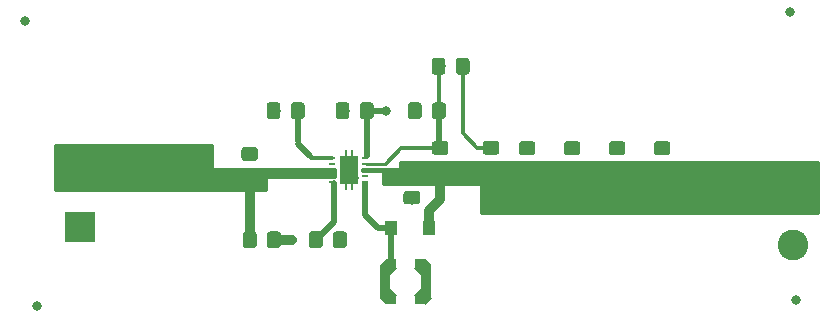
<source format=gbr>
G04 #@! TF.GenerationSoftware,KiCad,Pcbnew,(5.1.4-0)*
G04 #@! TF.CreationDate,2020-03-06T11:47:25-08:00*
G04 #@! TF.ProjectId,-5V_Rail,2d35565f-5261-4696-9c2e-6b696361645f,rev?*
G04 #@! TF.SameCoordinates,Original*
G04 #@! TF.FileFunction,Copper,L1,Top*
G04 #@! TF.FilePolarity,Positive*
%FSLAX46Y46*%
G04 Gerber Fmt 4.6, Leading zero omitted, Abs format (unit mm)*
G04 Created by KiCad (PCBNEW (5.1.4-0)) date 2020-03-06 11:47:25*
%MOMM*%
%LPD*%
G04 APERTURE LIST*
%ADD10C,0.100000*%
%ADD11C,1.150000*%
%ADD12R,2.600000X2.600000*%
%ADD13C,2.600000*%
%ADD14R,0.870000X2.790000*%
%ADD15R,0.890000X0.775000*%
%ADD16C,0.500000*%
%ADD17R,0.250000X0.500000*%
%ADD18R,1.650000X2.400000*%
%ADD19R,0.600000X0.240000*%
%ADD20R,1.100000X1.220000*%
%ADD21C,0.800000*%
%ADD22C,0.508000*%
%ADD23C,0.304800*%
%ADD24C,0.812800*%
%ADD25C,0.292100*%
%ADD26C,0.254000*%
G04 APERTURE END LIST*
D10*
G36*
X126458505Y-92009204D02*
G01*
X126482773Y-92012804D01*
X126506572Y-92018765D01*
X126529671Y-92027030D01*
X126551850Y-92037520D01*
X126572893Y-92050132D01*
X126592599Y-92064747D01*
X126610777Y-92081223D01*
X126627253Y-92099401D01*
X126641868Y-92119107D01*
X126654480Y-92140150D01*
X126664970Y-92162329D01*
X126673235Y-92185428D01*
X126679196Y-92209227D01*
X126682796Y-92233495D01*
X126684000Y-92257999D01*
X126684000Y-92908001D01*
X126682796Y-92932505D01*
X126679196Y-92956773D01*
X126673235Y-92980572D01*
X126664970Y-93003671D01*
X126654480Y-93025850D01*
X126641868Y-93046893D01*
X126627253Y-93066599D01*
X126610777Y-93084777D01*
X126592599Y-93101253D01*
X126572893Y-93115868D01*
X126551850Y-93128480D01*
X126529671Y-93138970D01*
X126506572Y-93147235D01*
X126482773Y-93153196D01*
X126458505Y-93156796D01*
X126434001Y-93158000D01*
X125533999Y-93158000D01*
X125509495Y-93156796D01*
X125485227Y-93153196D01*
X125461428Y-93147235D01*
X125438329Y-93138970D01*
X125416150Y-93128480D01*
X125395107Y-93115868D01*
X125375401Y-93101253D01*
X125357223Y-93084777D01*
X125340747Y-93066599D01*
X125326132Y-93046893D01*
X125313520Y-93025850D01*
X125303030Y-93003671D01*
X125294765Y-92980572D01*
X125288804Y-92956773D01*
X125285204Y-92932505D01*
X125284000Y-92908001D01*
X125284000Y-92257999D01*
X125285204Y-92233495D01*
X125288804Y-92209227D01*
X125294765Y-92185428D01*
X125303030Y-92162329D01*
X125313520Y-92140150D01*
X125326132Y-92119107D01*
X125340747Y-92099401D01*
X125357223Y-92081223D01*
X125375401Y-92064747D01*
X125395107Y-92050132D01*
X125416150Y-92037520D01*
X125438329Y-92027030D01*
X125461428Y-92018765D01*
X125485227Y-92012804D01*
X125509495Y-92009204D01*
X125533999Y-92008000D01*
X126434001Y-92008000D01*
X126458505Y-92009204D01*
X126458505Y-92009204D01*
G37*
D11*
X125984000Y-92583000D03*
D10*
G36*
X126458505Y-89959204D02*
G01*
X126482773Y-89962804D01*
X126506572Y-89968765D01*
X126529671Y-89977030D01*
X126551850Y-89987520D01*
X126572893Y-90000132D01*
X126592599Y-90014747D01*
X126610777Y-90031223D01*
X126627253Y-90049401D01*
X126641868Y-90069107D01*
X126654480Y-90090150D01*
X126664970Y-90112329D01*
X126673235Y-90135428D01*
X126679196Y-90159227D01*
X126682796Y-90183495D01*
X126684000Y-90207999D01*
X126684000Y-90858001D01*
X126682796Y-90882505D01*
X126679196Y-90906773D01*
X126673235Y-90930572D01*
X126664970Y-90953671D01*
X126654480Y-90975850D01*
X126641868Y-90996893D01*
X126627253Y-91016599D01*
X126610777Y-91034777D01*
X126592599Y-91051253D01*
X126572893Y-91065868D01*
X126551850Y-91078480D01*
X126529671Y-91088970D01*
X126506572Y-91097235D01*
X126482773Y-91103196D01*
X126458505Y-91106796D01*
X126434001Y-91108000D01*
X125533999Y-91108000D01*
X125509495Y-91106796D01*
X125485227Y-91103196D01*
X125461428Y-91097235D01*
X125438329Y-91088970D01*
X125416150Y-91078480D01*
X125395107Y-91065868D01*
X125375401Y-91051253D01*
X125357223Y-91034777D01*
X125340747Y-91016599D01*
X125326132Y-90996893D01*
X125313520Y-90975850D01*
X125303030Y-90953671D01*
X125294765Y-90930572D01*
X125288804Y-90906773D01*
X125285204Y-90882505D01*
X125284000Y-90858001D01*
X125284000Y-90207999D01*
X125285204Y-90183495D01*
X125288804Y-90159227D01*
X125294765Y-90135428D01*
X125303030Y-90112329D01*
X125313520Y-90090150D01*
X125326132Y-90069107D01*
X125340747Y-90049401D01*
X125357223Y-90031223D01*
X125375401Y-90014747D01*
X125395107Y-90000132D01*
X125416150Y-89987520D01*
X125438329Y-89977030D01*
X125461428Y-89968765D01*
X125485227Y-89962804D01*
X125509495Y-89959204D01*
X125533999Y-89958000D01*
X126434001Y-89958000D01*
X126458505Y-89959204D01*
X126458505Y-89959204D01*
G37*
D11*
X125984000Y-90533000D03*
D10*
G36*
X130397505Y-86169204D02*
G01*
X130421773Y-86172804D01*
X130445572Y-86178765D01*
X130468671Y-86187030D01*
X130490850Y-86197520D01*
X130511893Y-86210132D01*
X130531599Y-86224747D01*
X130549777Y-86241223D01*
X130566253Y-86259401D01*
X130580868Y-86279107D01*
X130593480Y-86300150D01*
X130603970Y-86322329D01*
X130612235Y-86345428D01*
X130618196Y-86369227D01*
X130621796Y-86393495D01*
X130623000Y-86417999D01*
X130623000Y-87318001D01*
X130621796Y-87342505D01*
X130618196Y-87366773D01*
X130612235Y-87390572D01*
X130603970Y-87413671D01*
X130593480Y-87435850D01*
X130580868Y-87456893D01*
X130566253Y-87476599D01*
X130549777Y-87494777D01*
X130531599Y-87511253D01*
X130511893Y-87525868D01*
X130490850Y-87538480D01*
X130468671Y-87548970D01*
X130445572Y-87557235D01*
X130421773Y-87563196D01*
X130397505Y-87566796D01*
X130373001Y-87568000D01*
X129722999Y-87568000D01*
X129698495Y-87566796D01*
X129674227Y-87563196D01*
X129650428Y-87557235D01*
X129627329Y-87548970D01*
X129605150Y-87538480D01*
X129584107Y-87525868D01*
X129564401Y-87511253D01*
X129546223Y-87494777D01*
X129529747Y-87476599D01*
X129515132Y-87456893D01*
X129502520Y-87435850D01*
X129492030Y-87413671D01*
X129483765Y-87390572D01*
X129477804Y-87366773D01*
X129474204Y-87342505D01*
X129473000Y-87318001D01*
X129473000Y-86417999D01*
X129474204Y-86393495D01*
X129477804Y-86369227D01*
X129483765Y-86345428D01*
X129492030Y-86322329D01*
X129502520Y-86300150D01*
X129515132Y-86279107D01*
X129529747Y-86259401D01*
X129546223Y-86241223D01*
X129564401Y-86224747D01*
X129584107Y-86210132D01*
X129605150Y-86197520D01*
X129627329Y-86187030D01*
X129650428Y-86178765D01*
X129674227Y-86172804D01*
X129698495Y-86169204D01*
X129722999Y-86168000D01*
X130373001Y-86168000D01*
X130397505Y-86169204D01*
X130397505Y-86169204D01*
G37*
D11*
X130048000Y-86868000D03*
D10*
G36*
X128347505Y-86169204D02*
G01*
X128371773Y-86172804D01*
X128395572Y-86178765D01*
X128418671Y-86187030D01*
X128440850Y-86197520D01*
X128461893Y-86210132D01*
X128481599Y-86224747D01*
X128499777Y-86241223D01*
X128516253Y-86259401D01*
X128530868Y-86279107D01*
X128543480Y-86300150D01*
X128553970Y-86322329D01*
X128562235Y-86345428D01*
X128568196Y-86369227D01*
X128571796Y-86393495D01*
X128573000Y-86417999D01*
X128573000Y-87318001D01*
X128571796Y-87342505D01*
X128568196Y-87366773D01*
X128562235Y-87390572D01*
X128553970Y-87413671D01*
X128543480Y-87435850D01*
X128530868Y-87456893D01*
X128516253Y-87476599D01*
X128499777Y-87494777D01*
X128481599Y-87511253D01*
X128461893Y-87525868D01*
X128440850Y-87538480D01*
X128418671Y-87548970D01*
X128395572Y-87557235D01*
X128371773Y-87563196D01*
X128347505Y-87566796D01*
X128323001Y-87568000D01*
X127672999Y-87568000D01*
X127648495Y-87566796D01*
X127624227Y-87563196D01*
X127600428Y-87557235D01*
X127577329Y-87548970D01*
X127555150Y-87538480D01*
X127534107Y-87525868D01*
X127514401Y-87511253D01*
X127496223Y-87494777D01*
X127479747Y-87476599D01*
X127465132Y-87456893D01*
X127452520Y-87435850D01*
X127442030Y-87413671D01*
X127433765Y-87390572D01*
X127427804Y-87366773D01*
X127424204Y-87342505D01*
X127423000Y-87318001D01*
X127423000Y-86417999D01*
X127424204Y-86393495D01*
X127427804Y-86369227D01*
X127433765Y-86345428D01*
X127442030Y-86322329D01*
X127452520Y-86300150D01*
X127465132Y-86279107D01*
X127479747Y-86259401D01*
X127496223Y-86241223D01*
X127514401Y-86224747D01*
X127534107Y-86210132D01*
X127555150Y-86197520D01*
X127577329Y-86187030D01*
X127600428Y-86178765D01*
X127624227Y-86172804D01*
X127648495Y-86169204D01*
X127672999Y-86168000D01*
X128323001Y-86168000D01*
X128347505Y-86169204D01*
X128347505Y-86169204D01*
G37*
D11*
X127998000Y-86868000D03*
D10*
G36*
X131921505Y-97091204D02*
G01*
X131945773Y-97094804D01*
X131969572Y-97100765D01*
X131992671Y-97109030D01*
X132014850Y-97119520D01*
X132035893Y-97132132D01*
X132055599Y-97146747D01*
X132073777Y-97163223D01*
X132090253Y-97181401D01*
X132104868Y-97201107D01*
X132117480Y-97222150D01*
X132127970Y-97244329D01*
X132136235Y-97267428D01*
X132142196Y-97291227D01*
X132145796Y-97315495D01*
X132147000Y-97339999D01*
X132147000Y-98240001D01*
X132145796Y-98264505D01*
X132142196Y-98288773D01*
X132136235Y-98312572D01*
X132127970Y-98335671D01*
X132117480Y-98357850D01*
X132104868Y-98378893D01*
X132090253Y-98398599D01*
X132073777Y-98416777D01*
X132055599Y-98433253D01*
X132035893Y-98447868D01*
X132014850Y-98460480D01*
X131992671Y-98470970D01*
X131969572Y-98479235D01*
X131945773Y-98485196D01*
X131921505Y-98488796D01*
X131897001Y-98490000D01*
X131246999Y-98490000D01*
X131222495Y-98488796D01*
X131198227Y-98485196D01*
X131174428Y-98479235D01*
X131151329Y-98470970D01*
X131129150Y-98460480D01*
X131108107Y-98447868D01*
X131088401Y-98433253D01*
X131070223Y-98416777D01*
X131053747Y-98398599D01*
X131039132Y-98378893D01*
X131026520Y-98357850D01*
X131016030Y-98335671D01*
X131007765Y-98312572D01*
X131001804Y-98288773D01*
X130998204Y-98264505D01*
X130997000Y-98240001D01*
X130997000Y-97339999D01*
X130998204Y-97315495D01*
X131001804Y-97291227D01*
X131007765Y-97267428D01*
X131016030Y-97244329D01*
X131026520Y-97222150D01*
X131039132Y-97201107D01*
X131053747Y-97181401D01*
X131070223Y-97163223D01*
X131088401Y-97146747D01*
X131108107Y-97132132D01*
X131129150Y-97119520D01*
X131151329Y-97109030D01*
X131174428Y-97100765D01*
X131198227Y-97094804D01*
X131222495Y-97091204D01*
X131246999Y-97090000D01*
X131897001Y-97090000D01*
X131921505Y-97091204D01*
X131921505Y-97091204D01*
G37*
D11*
X131572000Y-97790000D03*
D10*
G36*
X133971505Y-97091204D02*
G01*
X133995773Y-97094804D01*
X134019572Y-97100765D01*
X134042671Y-97109030D01*
X134064850Y-97119520D01*
X134085893Y-97132132D01*
X134105599Y-97146747D01*
X134123777Y-97163223D01*
X134140253Y-97181401D01*
X134154868Y-97201107D01*
X134167480Y-97222150D01*
X134177970Y-97244329D01*
X134186235Y-97267428D01*
X134192196Y-97291227D01*
X134195796Y-97315495D01*
X134197000Y-97339999D01*
X134197000Y-98240001D01*
X134195796Y-98264505D01*
X134192196Y-98288773D01*
X134186235Y-98312572D01*
X134177970Y-98335671D01*
X134167480Y-98357850D01*
X134154868Y-98378893D01*
X134140253Y-98398599D01*
X134123777Y-98416777D01*
X134105599Y-98433253D01*
X134085893Y-98447868D01*
X134064850Y-98460480D01*
X134042671Y-98470970D01*
X134019572Y-98479235D01*
X133995773Y-98485196D01*
X133971505Y-98488796D01*
X133947001Y-98490000D01*
X133296999Y-98490000D01*
X133272495Y-98488796D01*
X133248227Y-98485196D01*
X133224428Y-98479235D01*
X133201329Y-98470970D01*
X133179150Y-98460480D01*
X133158107Y-98447868D01*
X133138401Y-98433253D01*
X133120223Y-98416777D01*
X133103747Y-98398599D01*
X133089132Y-98378893D01*
X133076520Y-98357850D01*
X133066030Y-98335671D01*
X133057765Y-98312572D01*
X133051804Y-98288773D01*
X133048204Y-98264505D01*
X133047000Y-98240001D01*
X133047000Y-97339999D01*
X133048204Y-97315495D01*
X133051804Y-97291227D01*
X133057765Y-97267428D01*
X133066030Y-97244329D01*
X133076520Y-97222150D01*
X133089132Y-97201107D01*
X133103747Y-97181401D01*
X133120223Y-97163223D01*
X133138401Y-97146747D01*
X133158107Y-97132132D01*
X133179150Y-97119520D01*
X133201329Y-97109030D01*
X133224428Y-97100765D01*
X133248227Y-97094804D01*
X133272495Y-97091204D01*
X133296999Y-97090000D01*
X133947001Y-97090000D01*
X133971505Y-97091204D01*
X133971505Y-97091204D01*
G37*
D11*
X133622000Y-97790000D03*
D10*
G36*
X134189505Y-86169204D02*
G01*
X134213773Y-86172804D01*
X134237572Y-86178765D01*
X134260671Y-86187030D01*
X134282850Y-86197520D01*
X134303893Y-86210132D01*
X134323599Y-86224747D01*
X134341777Y-86241223D01*
X134358253Y-86259401D01*
X134372868Y-86279107D01*
X134385480Y-86300150D01*
X134395970Y-86322329D01*
X134404235Y-86345428D01*
X134410196Y-86369227D01*
X134413796Y-86393495D01*
X134415000Y-86417999D01*
X134415000Y-87318001D01*
X134413796Y-87342505D01*
X134410196Y-87366773D01*
X134404235Y-87390572D01*
X134395970Y-87413671D01*
X134385480Y-87435850D01*
X134372868Y-87456893D01*
X134358253Y-87476599D01*
X134341777Y-87494777D01*
X134323599Y-87511253D01*
X134303893Y-87525868D01*
X134282850Y-87538480D01*
X134260671Y-87548970D01*
X134237572Y-87557235D01*
X134213773Y-87563196D01*
X134189505Y-87566796D01*
X134165001Y-87568000D01*
X133514999Y-87568000D01*
X133490495Y-87566796D01*
X133466227Y-87563196D01*
X133442428Y-87557235D01*
X133419329Y-87548970D01*
X133397150Y-87538480D01*
X133376107Y-87525868D01*
X133356401Y-87511253D01*
X133338223Y-87494777D01*
X133321747Y-87476599D01*
X133307132Y-87456893D01*
X133294520Y-87435850D01*
X133284030Y-87413671D01*
X133275765Y-87390572D01*
X133269804Y-87366773D01*
X133266204Y-87342505D01*
X133265000Y-87318001D01*
X133265000Y-86417999D01*
X133266204Y-86393495D01*
X133269804Y-86369227D01*
X133275765Y-86345428D01*
X133284030Y-86322329D01*
X133294520Y-86300150D01*
X133307132Y-86279107D01*
X133321747Y-86259401D01*
X133338223Y-86241223D01*
X133356401Y-86224747D01*
X133376107Y-86210132D01*
X133397150Y-86197520D01*
X133419329Y-86187030D01*
X133442428Y-86178765D01*
X133466227Y-86172804D01*
X133490495Y-86169204D01*
X133514999Y-86168000D01*
X134165001Y-86168000D01*
X134189505Y-86169204D01*
X134189505Y-86169204D01*
G37*
D11*
X133840000Y-86868000D03*
D10*
G36*
X136239505Y-86169204D02*
G01*
X136263773Y-86172804D01*
X136287572Y-86178765D01*
X136310671Y-86187030D01*
X136332850Y-86197520D01*
X136353893Y-86210132D01*
X136373599Y-86224747D01*
X136391777Y-86241223D01*
X136408253Y-86259401D01*
X136422868Y-86279107D01*
X136435480Y-86300150D01*
X136445970Y-86322329D01*
X136454235Y-86345428D01*
X136460196Y-86369227D01*
X136463796Y-86393495D01*
X136465000Y-86417999D01*
X136465000Y-87318001D01*
X136463796Y-87342505D01*
X136460196Y-87366773D01*
X136454235Y-87390572D01*
X136445970Y-87413671D01*
X136435480Y-87435850D01*
X136422868Y-87456893D01*
X136408253Y-87476599D01*
X136391777Y-87494777D01*
X136373599Y-87511253D01*
X136353893Y-87525868D01*
X136332850Y-87538480D01*
X136310671Y-87548970D01*
X136287572Y-87557235D01*
X136263773Y-87563196D01*
X136239505Y-87566796D01*
X136215001Y-87568000D01*
X135564999Y-87568000D01*
X135540495Y-87566796D01*
X135516227Y-87563196D01*
X135492428Y-87557235D01*
X135469329Y-87548970D01*
X135447150Y-87538480D01*
X135426107Y-87525868D01*
X135406401Y-87511253D01*
X135388223Y-87494777D01*
X135371747Y-87476599D01*
X135357132Y-87456893D01*
X135344520Y-87435850D01*
X135334030Y-87413671D01*
X135325765Y-87390572D01*
X135319804Y-87366773D01*
X135316204Y-87342505D01*
X135315000Y-87318001D01*
X135315000Y-86417999D01*
X135316204Y-86393495D01*
X135319804Y-86369227D01*
X135325765Y-86345428D01*
X135334030Y-86322329D01*
X135344520Y-86300150D01*
X135357132Y-86279107D01*
X135371747Y-86259401D01*
X135388223Y-86241223D01*
X135406401Y-86224747D01*
X135426107Y-86210132D01*
X135447150Y-86197520D01*
X135469329Y-86187030D01*
X135492428Y-86178765D01*
X135516227Y-86172804D01*
X135540495Y-86169204D01*
X135564999Y-86168000D01*
X136215001Y-86168000D01*
X136239505Y-86169204D01*
X136239505Y-86169204D01*
G37*
D11*
X135890000Y-86868000D03*
D10*
G36*
X142317505Y-82410004D02*
G01*
X142341773Y-82413604D01*
X142365572Y-82419565D01*
X142388671Y-82427830D01*
X142410850Y-82438320D01*
X142431893Y-82450932D01*
X142451599Y-82465547D01*
X142469777Y-82482023D01*
X142486253Y-82500201D01*
X142500868Y-82519907D01*
X142513480Y-82540950D01*
X142523970Y-82563129D01*
X142532235Y-82586228D01*
X142538196Y-82610027D01*
X142541796Y-82634295D01*
X142543000Y-82658799D01*
X142543000Y-83558801D01*
X142541796Y-83583305D01*
X142538196Y-83607573D01*
X142532235Y-83631372D01*
X142523970Y-83654471D01*
X142513480Y-83676650D01*
X142500868Y-83697693D01*
X142486253Y-83717399D01*
X142469777Y-83735577D01*
X142451599Y-83752053D01*
X142431893Y-83766668D01*
X142410850Y-83779280D01*
X142388671Y-83789770D01*
X142365572Y-83798035D01*
X142341773Y-83803996D01*
X142317505Y-83807596D01*
X142293001Y-83808800D01*
X141642999Y-83808800D01*
X141618495Y-83807596D01*
X141594227Y-83803996D01*
X141570428Y-83798035D01*
X141547329Y-83789770D01*
X141525150Y-83779280D01*
X141504107Y-83766668D01*
X141484401Y-83752053D01*
X141466223Y-83735577D01*
X141449747Y-83717399D01*
X141435132Y-83697693D01*
X141422520Y-83676650D01*
X141412030Y-83654471D01*
X141403765Y-83631372D01*
X141397804Y-83607573D01*
X141394204Y-83583305D01*
X141393000Y-83558801D01*
X141393000Y-82658799D01*
X141394204Y-82634295D01*
X141397804Y-82610027D01*
X141403765Y-82586228D01*
X141412030Y-82563129D01*
X141422520Y-82540950D01*
X141435132Y-82519907D01*
X141449747Y-82500201D01*
X141466223Y-82482023D01*
X141484401Y-82465547D01*
X141504107Y-82450932D01*
X141525150Y-82438320D01*
X141547329Y-82427830D01*
X141570428Y-82419565D01*
X141594227Y-82413604D01*
X141618495Y-82410004D01*
X141642999Y-82408800D01*
X142293001Y-82408800D01*
X142317505Y-82410004D01*
X142317505Y-82410004D01*
G37*
D11*
X141968000Y-83108800D03*
D10*
G36*
X144367505Y-82410004D02*
G01*
X144391773Y-82413604D01*
X144415572Y-82419565D01*
X144438671Y-82427830D01*
X144460850Y-82438320D01*
X144481893Y-82450932D01*
X144501599Y-82465547D01*
X144519777Y-82482023D01*
X144536253Y-82500201D01*
X144550868Y-82519907D01*
X144563480Y-82540950D01*
X144573970Y-82563129D01*
X144582235Y-82586228D01*
X144588196Y-82610027D01*
X144591796Y-82634295D01*
X144593000Y-82658799D01*
X144593000Y-83558801D01*
X144591796Y-83583305D01*
X144588196Y-83607573D01*
X144582235Y-83631372D01*
X144573970Y-83654471D01*
X144563480Y-83676650D01*
X144550868Y-83697693D01*
X144536253Y-83717399D01*
X144519777Y-83735577D01*
X144501599Y-83752053D01*
X144481893Y-83766668D01*
X144460850Y-83779280D01*
X144438671Y-83789770D01*
X144415572Y-83798035D01*
X144391773Y-83803996D01*
X144367505Y-83807596D01*
X144343001Y-83808800D01*
X143692999Y-83808800D01*
X143668495Y-83807596D01*
X143644227Y-83803996D01*
X143620428Y-83798035D01*
X143597329Y-83789770D01*
X143575150Y-83779280D01*
X143554107Y-83766668D01*
X143534401Y-83752053D01*
X143516223Y-83735577D01*
X143499747Y-83717399D01*
X143485132Y-83697693D01*
X143472520Y-83676650D01*
X143462030Y-83654471D01*
X143453765Y-83631372D01*
X143447804Y-83607573D01*
X143444204Y-83583305D01*
X143443000Y-83558801D01*
X143443000Y-82658799D01*
X143444204Y-82634295D01*
X143447804Y-82610027D01*
X143453765Y-82586228D01*
X143462030Y-82563129D01*
X143472520Y-82540950D01*
X143485132Y-82519907D01*
X143499747Y-82500201D01*
X143516223Y-82482023D01*
X143534401Y-82465547D01*
X143554107Y-82450932D01*
X143575150Y-82438320D01*
X143597329Y-82427830D01*
X143620428Y-82419565D01*
X143644227Y-82413604D01*
X143668495Y-82410004D01*
X143692999Y-82408800D01*
X144343001Y-82408800D01*
X144367505Y-82410004D01*
X144367505Y-82410004D01*
G37*
D11*
X144018000Y-83108800D03*
D10*
G36*
X140174505Y-91610204D02*
G01*
X140198773Y-91613804D01*
X140222572Y-91619765D01*
X140245671Y-91628030D01*
X140267850Y-91638520D01*
X140288893Y-91651132D01*
X140308599Y-91665747D01*
X140326777Y-91682223D01*
X140343253Y-91700401D01*
X140357868Y-91720107D01*
X140370480Y-91741150D01*
X140380970Y-91763329D01*
X140389235Y-91786428D01*
X140395196Y-91810227D01*
X140398796Y-91834495D01*
X140400000Y-91858999D01*
X140400000Y-92509001D01*
X140398796Y-92533505D01*
X140395196Y-92557773D01*
X140389235Y-92581572D01*
X140380970Y-92604671D01*
X140370480Y-92626850D01*
X140357868Y-92647893D01*
X140343253Y-92667599D01*
X140326777Y-92685777D01*
X140308599Y-92702253D01*
X140288893Y-92716868D01*
X140267850Y-92729480D01*
X140245671Y-92739970D01*
X140222572Y-92748235D01*
X140198773Y-92754196D01*
X140174505Y-92757796D01*
X140150001Y-92759000D01*
X139249999Y-92759000D01*
X139225495Y-92757796D01*
X139201227Y-92754196D01*
X139177428Y-92748235D01*
X139154329Y-92739970D01*
X139132150Y-92729480D01*
X139111107Y-92716868D01*
X139091401Y-92702253D01*
X139073223Y-92685777D01*
X139056747Y-92667599D01*
X139042132Y-92647893D01*
X139029520Y-92626850D01*
X139019030Y-92604671D01*
X139010765Y-92581572D01*
X139004804Y-92557773D01*
X139001204Y-92533505D01*
X139000000Y-92509001D01*
X139000000Y-91858999D01*
X139001204Y-91834495D01*
X139004804Y-91810227D01*
X139010765Y-91786428D01*
X139019030Y-91763329D01*
X139029520Y-91741150D01*
X139042132Y-91720107D01*
X139056747Y-91700401D01*
X139073223Y-91682223D01*
X139091401Y-91665747D01*
X139111107Y-91651132D01*
X139132150Y-91638520D01*
X139154329Y-91628030D01*
X139177428Y-91619765D01*
X139201227Y-91613804D01*
X139225495Y-91610204D01*
X139249999Y-91609000D01*
X140150001Y-91609000D01*
X140174505Y-91610204D01*
X140174505Y-91610204D01*
G37*
D11*
X139700000Y-92184000D03*
D10*
G36*
X140174505Y-93660204D02*
G01*
X140198773Y-93663804D01*
X140222572Y-93669765D01*
X140245671Y-93678030D01*
X140267850Y-93688520D01*
X140288893Y-93701132D01*
X140308599Y-93715747D01*
X140326777Y-93732223D01*
X140343253Y-93750401D01*
X140357868Y-93770107D01*
X140370480Y-93791150D01*
X140380970Y-93813329D01*
X140389235Y-93836428D01*
X140395196Y-93860227D01*
X140398796Y-93884495D01*
X140400000Y-93908999D01*
X140400000Y-94559001D01*
X140398796Y-94583505D01*
X140395196Y-94607773D01*
X140389235Y-94631572D01*
X140380970Y-94654671D01*
X140370480Y-94676850D01*
X140357868Y-94697893D01*
X140343253Y-94717599D01*
X140326777Y-94735777D01*
X140308599Y-94752253D01*
X140288893Y-94766868D01*
X140267850Y-94779480D01*
X140245671Y-94789970D01*
X140222572Y-94798235D01*
X140198773Y-94804196D01*
X140174505Y-94807796D01*
X140150001Y-94809000D01*
X139249999Y-94809000D01*
X139225495Y-94807796D01*
X139201227Y-94804196D01*
X139177428Y-94798235D01*
X139154329Y-94789970D01*
X139132150Y-94779480D01*
X139111107Y-94766868D01*
X139091401Y-94752253D01*
X139073223Y-94735777D01*
X139056747Y-94717599D01*
X139042132Y-94697893D01*
X139029520Y-94676850D01*
X139019030Y-94654671D01*
X139010765Y-94631572D01*
X139004804Y-94607773D01*
X139001204Y-94583505D01*
X139000000Y-94559001D01*
X139000000Y-93908999D01*
X139001204Y-93884495D01*
X139004804Y-93860227D01*
X139010765Y-93836428D01*
X139019030Y-93813329D01*
X139029520Y-93791150D01*
X139042132Y-93770107D01*
X139056747Y-93750401D01*
X139073223Y-93732223D01*
X139091401Y-93715747D01*
X139111107Y-93701132D01*
X139132150Y-93688520D01*
X139154329Y-93678030D01*
X139177428Y-93669765D01*
X139201227Y-93663804D01*
X139225495Y-93660204D01*
X139249999Y-93659000D01*
X140150001Y-93659000D01*
X140174505Y-93660204D01*
X140174505Y-93660204D01*
G37*
D11*
X139700000Y-94234000D03*
D10*
G36*
X149953505Y-89469204D02*
G01*
X149977773Y-89472804D01*
X150001572Y-89478765D01*
X150024671Y-89487030D01*
X150046850Y-89497520D01*
X150067893Y-89510132D01*
X150087599Y-89524747D01*
X150105777Y-89541223D01*
X150122253Y-89559401D01*
X150136868Y-89579107D01*
X150149480Y-89600150D01*
X150159970Y-89622329D01*
X150168235Y-89645428D01*
X150174196Y-89669227D01*
X150177796Y-89693495D01*
X150179000Y-89717999D01*
X150179000Y-90368001D01*
X150177796Y-90392505D01*
X150174196Y-90416773D01*
X150168235Y-90440572D01*
X150159970Y-90463671D01*
X150149480Y-90485850D01*
X150136868Y-90506893D01*
X150122253Y-90526599D01*
X150105777Y-90544777D01*
X150087599Y-90561253D01*
X150067893Y-90575868D01*
X150046850Y-90588480D01*
X150024671Y-90598970D01*
X150001572Y-90607235D01*
X149977773Y-90613196D01*
X149953505Y-90616796D01*
X149929001Y-90618000D01*
X149028999Y-90618000D01*
X149004495Y-90616796D01*
X148980227Y-90613196D01*
X148956428Y-90607235D01*
X148933329Y-90598970D01*
X148911150Y-90588480D01*
X148890107Y-90575868D01*
X148870401Y-90561253D01*
X148852223Y-90544777D01*
X148835747Y-90526599D01*
X148821132Y-90506893D01*
X148808520Y-90485850D01*
X148798030Y-90463671D01*
X148789765Y-90440572D01*
X148783804Y-90416773D01*
X148780204Y-90392505D01*
X148779000Y-90368001D01*
X148779000Y-89717999D01*
X148780204Y-89693495D01*
X148783804Y-89669227D01*
X148789765Y-89645428D01*
X148798030Y-89622329D01*
X148808520Y-89600150D01*
X148821132Y-89579107D01*
X148835747Y-89559401D01*
X148852223Y-89541223D01*
X148870401Y-89524747D01*
X148890107Y-89510132D01*
X148911150Y-89497520D01*
X148933329Y-89487030D01*
X148956428Y-89478765D01*
X148980227Y-89472804D01*
X149004495Y-89469204D01*
X149028999Y-89468000D01*
X149929001Y-89468000D01*
X149953505Y-89469204D01*
X149953505Y-89469204D01*
G37*
D11*
X149479000Y-90043000D03*
D10*
G36*
X149953505Y-91519204D02*
G01*
X149977773Y-91522804D01*
X150001572Y-91528765D01*
X150024671Y-91537030D01*
X150046850Y-91547520D01*
X150067893Y-91560132D01*
X150087599Y-91574747D01*
X150105777Y-91591223D01*
X150122253Y-91609401D01*
X150136868Y-91629107D01*
X150149480Y-91650150D01*
X150159970Y-91672329D01*
X150168235Y-91695428D01*
X150174196Y-91719227D01*
X150177796Y-91743495D01*
X150179000Y-91767999D01*
X150179000Y-92418001D01*
X150177796Y-92442505D01*
X150174196Y-92466773D01*
X150168235Y-92490572D01*
X150159970Y-92513671D01*
X150149480Y-92535850D01*
X150136868Y-92556893D01*
X150122253Y-92576599D01*
X150105777Y-92594777D01*
X150087599Y-92611253D01*
X150067893Y-92625868D01*
X150046850Y-92638480D01*
X150024671Y-92648970D01*
X150001572Y-92657235D01*
X149977773Y-92663196D01*
X149953505Y-92666796D01*
X149929001Y-92668000D01*
X149028999Y-92668000D01*
X149004495Y-92666796D01*
X148980227Y-92663196D01*
X148956428Y-92657235D01*
X148933329Y-92648970D01*
X148911150Y-92638480D01*
X148890107Y-92625868D01*
X148870401Y-92611253D01*
X148852223Y-92594777D01*
X148835747Y-92576599D01*
X148821132Y-92556893D01*
X148808520Y-92535850D01*
X148798030Y-92513671D01*
X148789765Y-92490572D01*
X148783804Y-92466773D01*
X148780204Y-92442505D01*
X148779000Y-92418001D01*
X148779000Y-91767999D01*
X148780204Y-91743495D01*
X148783804Y-91719227D01*
X148789765Y-91695428D01*
X148798030Y-91672329D01*
X148808520Y-91650150D01*
X148821132Y-91629107D01*
X148835747Y-91609401D01*
X148852223Y-91591223D01*
X148870401Y-91574747D01*
X148890107Y-91560132D01*
X148911150Y-91547520D01*
X148933329Y-91537030D01*
X148956428Y-91528765D01*
X148980227Y-91522804D01*
X149004495Y-91519204D01*
X149028999Y-91518000D01*
X149929001Y-91518000D01*
X149953505Y-91519204D01*
X149953505Y-91519204D01*
G37*
D11*
X149479000Y-92093000D03*
D10*
G36*
X153763505Y-91519204D02*
G01*
X153787773Y-91522804D01*
X153811572Y-91528765D01*
X153834671Y-91537030D01*
X153856850Y-91547520D01*
X153877893Y-91560132D01*
X153897599Y-91574747D01*
X153915777Y-91591223D01*
X153932253Y-91609401D01*
X153946868Y-91629107D01*
X153959480Y-91650150D01*
X153969970Y-91672329D01*
X153978235Y-91695428D01*
X153984196Y-91719227D01*
X153987796Y-91743495D01*
X153989000Y-91767999D01*
X153989000Y-92418001D01*
X153987796Y-92442505D01*
X153984196Y-92466773D01*
X153978235Y-92490572D01*
X153969970Y-92513671D01*
X153959480Y-92535850D01*
X153946868Y-92556893D01*
X153932253Y-92576599D01*
X153915777Y-92594777D01*
X153897599Y-92611253D01*
X153877893Y-92625868D01*
X153856850Y-92638480D01*
X153834671Y-92648970D01*
X153811572Y-92657235D01*
X153787773Y-92663196D01*
X153763505Y-92666796D01*
X153739001Y-92668000D01*
X152838999Y-92668000D01*
X152814495Y-92666796D01*
X152790227Y-92663196D01*
X152766428Y-92657235D01*
X152743329Y-92648970D01*
X152721150Y-92638480D01*
X152700107Y-92625868D01*
X152680401Y-92611253D01*
X152662223Y-92594777D01*
X152645747Y-92576599D01*
X152631132Y-92556893D01*
X152618520Y-92535850D01*
X152608030Y-92513671D01*
X152599765Y-92490572D01*
X152593804Y-92466773D01*
X152590204Y-92442505D01*
X152589000Y-92418001D01*
X152589000Y-91767999D01*
X152590204Y-91743495D01*
X152593804Y-91719227D01*
X152599765Y-91695428D01*
X152608030Y-91672329D01*
X152618520Y-91650150D01*
X152631132Y-91629107D01*
X152645747Y-91609401D01*
X152662223Y-91591223D01*
X152680401Y-91574747D01*
X152700107Y-91560132D01*
X152721150Y-91547520D01*
X152743329Y-91537030D01*
X152766428Y-91528765D01*
X152790227Y-91522804D01*
X152814495Y-91519204D01*
X152838999Y-91518000D01*
X153739001Y-91518000D01*
X153763505Y-91519204D01*
X153763505Y-91519204D01*
G37*
D11*
X153289000Y-92093000D03*
D10*
G36*
X153763505Y-89469204D02*
G01*
X153787773Y-89472804D01*
X153811572Y-89478765D01*
X153834671Y-89487030D01*
X153856850Y-89497520D01*
X153877893Y-89510132D01*
X153897599Y-89524747D01*
X153915777Y-89541223D01*
X153932253Y-89559401D01*
X153946868Y-89579107D01*
X153959480Y-89600150D01*
X153969970Y-89622329D01*
X153978235Y-89645428D01*
X153984196Y-89669227D01*
X153987796Y-89693495D01*
X153989000Y-89717999D01*
X153989000Y-90368001D01*
X153987796Y-90392505D01*
X153984196Y-90416773D01*
X153978235Y-90440572D01*
X153969970Y-90463671D01*
X153959480Y-90485850D01*
X153946868Y-90506893D01*
X153932253Y-90526599D01*
X153915777Y-90544777D01*
X153897599Y-90561253D01*
X153877893Y-90575868D01*
X153856850Y-90588480D01*
X153834671Y-90598970D01*
X153811572Y-90607235D01*
X153787773Y-90613196D01*
X153763505Y-90616796D01*
X153739001Y-90618000D01*
X152838999Y-90618000D01*
X152814495Y-90616796D01*
X152790227Y-90613196D01*
X152766428Y-90607235D01*
X152743329Y-90598970D01*
X152721150Y-90588480D01*
X152700107Y-90575868D01*
X152680401Y-90561253D01*
X152662223Y-90544777D01*
X152645747Y-90526599D01*
X152631132Y-90506893D01*
X152618520Y-90485850D01*
X152608030Y-90463671D01*
X152599765Y-90440572D01*
X152593804Y-90416773D01*
X152590204Y-90392505D01*
X152589000Y-90368001D01*
X152589000Y-89717999D01*
X152590204Y-89693495D01*
X152593804Y-89669227D01*
X152599765Y-89645428D01*
X152608030Y-89622329D01*
X152618520Y-89600150D01*
X152631132Y-89579107D01*
X152645747Y-89559401D01*
X152662223Y-89541223D01*
X152680401Y-89524747D01*
X152700107Y-89510132D01*
X152721150Y-89497520D01*
X152743329Y-89487030D01*
X152766428Y-89478765D01*
X152790227Y-89472804D01*
X152814495Y-89469204D01*
X152838999Y-89468000D01*
X153739001Y-89468000D01*
X153763505Y-89469204D01*
X153763505Y-89469204D01*
G37*
D11*
X153289000Y-90043000D03*
D10*
G36*
X157573505Y-89469204D02*
G01*
X157597773Y-89472804D01*
X157621572Y-89478765D01*
X157644671Y-89487030D01*
X157666850Y-89497520D01*
X157687893Y-89510132D01*
X157707599Y-89524747D01*
X157725777Y-89541223D01*
X157742253Y-89559401D01*
X157756868Y-89579107D01*
X157769480Y-89600150D01*
X157779970Y-89622329D01*
X157788235Y-89645428D01*
X157794196Y-89669227D01*
X157797796Y-89693495D01*
X157799000Y-89717999D01*
X157799000Y-90368001D01*
X157797796Y-90392505D01*
X157794196Y-90416773D01*
X157788235Y-90440572D01*
X157779970Y-90463671D01*
X157769480Y-90485850D01*
X157756868Y-90506893D01*
X157742253Y-90526599D01*
X157725777Y-90544777D01*
X157707599Y-90561253D01*
X157687893Y-90575868D01*
X157666850Y-90588480D01*
X157644671Y-90598970D01*
X157621572Y-90607235D01*
X157597773Y-90613196D01*
X157573505Y-90616796D01*
X157549001Y-90618000D01*
X156648999Y-90618000D01*
X156624495Y-90616796D01*
X156600227Y-90613196D01*
X156576428Y-90607235D01*
X156553329Y-90598970D01*
X156531150Y-90588480D01*
X156510107Y-90575868D01*
X156490401Y-90561253D01*
X156472223Y-90544777D01*
X156455747Y-90526599D01*
X156441132Y-90506893D01*
X156428520Y-90485850D01*
X156418030Y-90463671D01*
X156409765Y-90440572D01*
X156403804Y-90416773D01*
X156400204Y-90392505D01*
X156399000Y-90368001D01*
X156399000Y-89717999D01*
X156400204Y-89693495D01*
X156403804Y-89669227D01*
X156409765Y-89645428D01*
X156418030Y-89622329D01*
X156428520Y-89600150D01*
X156441132Y-89579107D01*
X156455747Y-89559401D01*
X156472223Y-89541223D01*
X156490401Y-89524747D01*
X156510107Y-89510132D01*
X156531150Y-89497520D01*
X156553329Y-89487030D01*
X156576428Y-89478765D01*
X156600227Y-89472804D01*
X156624495Y-89469204D01*
X156648999Y-89468000D01*
X157549001Y-89468000D01*
X157573505Y-89469204D01*
X157573505Y-89469204D01*
G37*
D11*
X157099000Y-90043000D03*
D10*
G36*
X157573505Y-91519204D02*
G01*
X157597773Y-91522804D01*
X157621572Y-91528765D01*
X157644671Y-91537030D01*
X157666850Y-91547520D01*
X157687893Y-91560132D01*
X157707599Y-91574747D01*
X157725777Y-91591223D01*
X157742253Y-91609401D01*
X157756868Y-91629107D01*
X157769480Y-91650150D01*
X157779970Y-91672329D01*
X157788235Y-91695428D01*
X157794196Y-91719227D01*
X157797796Y-91743495D01*
X157799000Y-91767999D01*
X157799000Y-92418001D01*
X157797796Y-92442505D01*
X157794196Y-92466773D01*
X157788235Y-92490572D01*
X157779970Y-92513671D01*
X157769480Y-92535850D01*
X157756868Y-92556893D01*
X157742253Y-92576599D01*
X157725777Y-92594777D01*
X157707599Y-92611253D01*
X157687893Y-92625868D01*
X157666850Y-92638480D01*
X157644671Y-92648970D01*
X157621572Y-92657235D01*
X157597773Y-92663196D01*
X157573505Y-92666796D01*
X157549001Y-92668000D01*
X156648999Y-92668000D01*
X156624495Y-92666796D01*
X156600227Y-92663196D01*
X156576428Y-92657235D01*
X156553329Y-92648970D01*
X156531150Y-92638480D01*
X156510107Y-92625868D01*
X156490401Y-92611253D01*
X156472223Y-92594777D01*
X156455747Y-92576599D01*
X156441132Y-92556893D01*
X156428520Y-92535850D01*
X156418030Y-92513671D01*
X156409765Y-92490572D01*
X156403804Y-92466773D01*
X156400204Y-92442505D01*
X156399000Y-92418001D01*
X156399000Y-91767999D01*
X156400204Y-91743495D01*
X156403804Y-91719227D01*
X156409765Y-91695428D01*
X156418030Y-91672329D01*
X156428520Y-91650150D01*
X156441132Y-91629107D01*
X156455747Y-91609401D01*
X156472223Y-91591223D01*
X156490401Y-91574747D01*
X156510107Y-91560132D01*
X156531150Y-91547520D01*
X156553329Y-91537030D01*
X156576428Y-91528765D01*
X156600227Y-91522804D01*
X156624495Y-91519204D01*
X156648999Y-91518000D01*
X157549001Y-91518000D01*
X157573505Y-91519204D01*
X157573505Y-91519204D01*
G37*
D11*
X157099000Y-92093000D03*
D10*
G36*
X161383505Y-91519204D02*
G01*
X161407773Y-91522804D01*
X161431572Y-91528765D01*
X161454671Y-91537030D01*
X161476850Y-91547520D01*
X161497893Y-91560132D01*
X161517599Y-91574747D01*
X161535777Y-91591223D01*
X161552253Y-91609401D01*
X161566868Y-91629107D01*
X161579480Y-91650150D01*
X161589970Y-91672329D01*
X161598235Y-91695428D01*
X161604196Y-91719227D01*
X161607796Y-91743495D01*
X161609000Y-91767999D01*
X161609000Y-92418001D01*
X161607796Y-92442505D01*
X161604196Y-92466773D01*
X161598235Y-92490572D01*
X161589970Y-92513671D01*
X161579480Y-92535850D01*
X161566868Y-92556893D01*
X161552253Y-92576599D01*
X161535777Y-92594777D01*
X161517599Y-92611253D01*
X161497893Y-92625868D01*
X161476850Y-92638480D01*
X161454671Y-92648970D01*
X161431572Y-92657235D01*
X161407773Y-92663196D01*
X161383505Y-92666796D01*
X161359001Y-92668000D01*
X160458999Y-92668000D01*
X160434495Y-92666796D01*
X160410227Y-92663196D01*
X160386428Y-92657235D01*
X160363329Y-92648970D01*
X160341150Y-92638480D01*
X160320107Y-92625868D01*
X160300401Y-92611253D01*
X160282223Y-92594777D01*
X160265747Y-92576599D01*
X160251132Y-92556893D01*
X160238520Y-92535850D01*
X160228030Y-92513671D01*
X160219765Y-92490572D01*
X160213804Y-92466773D01*
X160210204Y-92442505D01*
X160209000Y-92418001D01*
X160209000Y-91767999D01*
X160210204Y-91743495D01*
X160213804Y-91719227D01*
X160219765Y-91695428D01*
X160228030Y-91672329D01*
X160238520Y-91650150D01*
X160251132Y-91629107D01*
X160265747Y-91609401D01*
X160282223Y-91591223D01*
X160300401Y-91574747D01*
X160320107Y-91560132D01*
X160341150Y-91547520D01*
X160363329Y-91537030D01*
X160386428Y-91528765D01*
X160410227Y-91522804D01*
X160434495Y-91519204D01*
X160458999Y-91518000D01*
X161359001Y-91518000D01*
X161383505Y-91519204D01*
X161383505Y-91519204D01*
G37*
D11*
X160909000Y-92093000D03*
D10*
G36*
X161383505Y-89469204D02*
G01*
X161407773Y-89472804D01*
X161431572Y-89478765D01*
X161454671Y-89487030D01*
X161476850Y-89497520D01*
X161497893Y-89510132D01*
X161517599Y-89524747D01*
X161535777Y-89541223D01*
X161552253Y-89559401D01*
X161566868Y-89579107D01*
X161579480Y-89600150D01*
X161589970Y-89622329D01*
X161598235Y-89645428D01*
X161604196Y-89669227D01*
X161607796Y-89693495D01*
X161609000Y-89717999D01*
X161609000Y-90368001D01*
X161607796Y-90392505D01*
X161604196Y-90416773D01*
X161598235Y-90440572D01*
X161589970Y-90463671D01*
X161579480Y-90485850D01*
X161566868Y-90506893D01*
X161552253Y-90526599D01*
X161535777Y-90544777D01*
X161517599Y-90561253D01*
X161497893Y-90575868D01*
X161476850Y-90588480D01*
X161454671Y-90598970D01*
X161431572Y-90607235D01*
X161407773Y-90613196D01*
X161383505Y-90616796D01*
X161359001Y-90618000D01*
X160458999Y-90618000D01*
X160434495Y-90616796D01*
X160410227Y-90613196D01*
X160386428Y-90607235D01*
X160363329Y-90598970D01*
X160341150Y-90588480D01*
X160320107Y-90575868D01*
X160300401Y-90561253D01*
X160282223Y-90544777D01*
X160265747Y-90526599D01*
X160251132Y-90506893D01*
X160238520Y-90485850D01*
X160228030Y-90463671D01*
X160219765Y-90440572D01*
X160213804Y-90416773D01*
X160210204Y-90392505D01*
X160209000Y-90368001D01*
X160209000Y-89717999D01*
X160210204Y-89693495D01*
X160213804Y-89669227D01*
X160219765Y-89645428D01*
X160228030Y-89622329D01*
X160238520Y-89600150D01*
X160251132Y-89579107D01*
X160265747Y-89559401D01*
X160282223Y-89541223D01*
X160300401Y-89524747D01*
X160320107Y-89510132D01*
X160341150Y-89497520D01*
X160363329Y-89487030D01*
X160386428Y-89478765D01*
X160410227Y-89472804D01*
X160434495Y-89469204D01*
X160458999Y-89468000D01*
X161359001Y-89468000D01*
X161383505Y-89469204D01*
X161383505Y-89469204D01*
G37*
D11*
X160909000Y-90043000D03*
D12*
X111633000Y-96694000D03*
D13*
X111633000Y-91694000D03*
D12*
X171958000Y-93218000D03*
D13*
X171958000Y-98218000D03*
D14*
X137414000Y-101346000D03*
D15*
X137984000Y-99788500D03*
D16*
X137960000Y-100298500D03*
D10*
G36*
X138429115Y-100175733D02*
G01*
X137848732Y-100770474D01*
X137490885Y-100421267D01*
X138071268Y-99826526D01*
X138429115Y-100175733D01*
X138429115Y-100175733D01*
G37*
D16*
X137435500Y-99853000D03*
D10*
G36*
X137892105Y-99754804D02*
G01*
X137329350Y-100307821D01*
X136978895Y-99951196D01*
X137541650Y-99398179D01*
X137892105Y-99754804D01*
X137892105Y-99754804D01*
G37*
D16*
X137435500Y-102839000D03*
D10*
G36*
X137329350Y-102384179D02*
G01*
X137892105Y-102937196D01*
X137541650Y-103293821D01*
X136978895Y-102740804D01*
X137329350Y-102384179D01*
X137329350Y-102384179D01*
G37*
D15*
X137984000Y-102903500D03*
D16*
X137960000Y-102393500D03*
D10*
G36*
X137848732Y-101921526D02*
G01*
X138429115Y-102516267D01*
X138071268Y-102865474D01*
X137490885Y-102270733D01*
X137848732Y-101921526D01*
X137848732Y-101921526D01*
G37*
D14*
X140944000Y-101346000D03*
D15*
X140374000Y-99788500D03*
D16*
X140398000Y-100298500D03*
D10*
G36*
X140286732Y-99826526D02*
G01*
X140867115Y-100421267D01*
X140509268Y-100770474D01*
X139928885Y-100175733D01*
X140286732Y-99826526D01*
X140286732Y-99826526D01*
G37*
D16*
X140922500Y-99853000D03*
D10*
G36*
X140816350Y-99398179D02*
G01*
X141379105Y-99951196D01*
X141028650Y-100307821D01*
X140465895Y-99754804D01*
X140816350Y-99398179D01*
X140816350Y-99398179D01*
G37*
D15*
X140374000Y-102903500D03*
D16*
X140398000Y-102393500D03*
D10*
G36*
X140867115Y-102270733D02*
G01*
X140286732Y-102865474D01*
X139928885Y-102516267D01*
X140509268Y-101921526D01*
X140867115Y-102270733D01*
X140867115Y-102270733D01*
G37*
D16*
X140922500Y-102839000D03*
D10*
G36*
X141379105Y-102740804D02*
G01*
X140816350Y-103293821D01*
X140465895Y-102937196D01*
X141028650Y-102384179D01*
X141379105Y-102740804D01*
X141379105Y-102740804D01*
G37*
G36*
X126333505Y-97091204D02*
G01*
X126357773Y-97094804D01*
X126381572Y-97100765D01*
X126404671Y-97109030D01*
X126426850Y-97119520D01*
X126447893Y-97132132D01*
X126467599Y-97146747D01*
X126485777Y-97163223D01*
X126502253Y-97181401D01*
X126516868Y-97201107D01*
X126529480Y-97222150D01*
X126539970Y-97244329D01*
X126548235Y-97267428D01*
X126554196Y-97291227D01*
X126557796Y-97315495D01*
X126559000Y-97339999D01*
X126559000Y-98240001D01*
X126557796Y-98264505D01*
X126554196Y-98288773D01*
X126548235Y-98312572D01*
X126539970Y-98335671D01*
X126529480Y-98357850D01*
X126516868Y-98378893D01*
X126502253Y-98398599D01*
X126485777Y-98416777D01*
X126467599Y-98433253D01*
X126447893Y-98447868D01*
X126426850Y-98460480D01*
X126404671Y-98470970D01*
X126381572Y-98479235D01*
X126357773Y-98485196D01*
X126333505Y-98488796D01*
X126309001Y-98490000D01*
X125658999Y-98490000D01*
X125634495Y-98488796D01*
X125610227Y-98485196D01*
X125586428Y-98479235D01*
X125563329Y-98470970D01*
X125541150Y-98460480D01*
X125520107Y-98447868D01*
X125500401Y-98433253D01*
X125482223Y-98416777D01*
X125465747Y-98398599D01*
X125451132Y-98378893D01*
X125438520Y-98357850D01*
X125428030Y-98335671D01*
X125419765Y-98312572D01*
X125413804Y-98288773D01*
X125410204Y-98264505D01*
X125409000Y-98240001D01*
X125409000Y-97339999D01*
X125410204Y-97315495D01*
X125413804Y-97291227D01*
X125419765Y-97267428D01*
X125428030Y-97244329D01*
X125438520Y-97222150D01*
X125451132Y-97201107D01*
X125465747Y-97181401D01*
X125482223Y-97163223D01*
X125500401Y-97146747D01*
X125520107Y-97132132D01*
X125541150Y-97119520D01*
X125563329Y-97109030D01*
X125586428Y-97100765D01*
X125610227Y-97094804D01*
X125634495Y-97091204D01*
X125658999Y-97090000D01*
X126309001Y-97090000D01*
X126333505Y-97091204D01*
X126333505Y-97091204D01*
G37*
D11*
X125984000Y-97790000D03*
D10*
G36*
X128383505Y-97091204D02*
G01*
X128407773Y-97094804D01*
X128431572Y-97100765D01*
X128454671Y-97109030D01*
X128476850Y-97119520D01*
X128497893Y-97132132D01*
X128517599Y-97146747D01*
X128535777Y-97163223D01*
X128552253Y-97181401D01*
X128566868Y-97201107D01*
X128579480Y-97222150D01*
X128589970Y-97244329D01*
X128598235Y-97267428D01*
X128604196Y-97291227D01*
X128607796Y-97315495D01*
X128609000Y-97339999D01*
X128609000Y-98240001D01*
X128607796Y-98264505D01*
X128604196Y-98288773D01*
X128598235Y-98312572D01*
X128589970Y-98335671D01*
X128579480Y-98357850D01*
X128566868Y-98378893D01*
X128552253Y-98398599D01*
X128535777Y-98416777D01*
X128517599Y-98433253D01*
X128497893Y-98447868D01*
X128476850Y-98460480D01*
X128454671Y-98470970D01*
X128431572Y-98479235D01*
X128407773Y-98485196D01*
X128383505Y-98488796D01*
X128359001Y-98490000D01*
X127708999Y-98490000D01*
X127684495Y-98488796D01*
X127660227Y-98485196D01*
X127636428Y-98479235D01*
X127613329Y-98470970D01*
X127591150Y-98460480D01*
X127570107Y-98447868D01*
X127550401Y-98433253D01*
X127532223Y-98416777D01*
X127515747Y-98398599D01*
X127501132Y-98378893D01*
X127488520Y-98357850D01*
X127478030Y-98335671D01*
X127469765Y-98312572D01*
X127463804Y-98288773D01*
X127460204Y-98264505D01*
X127459000Y-98240001D01*
X127459000Y-97339999D01*
X127460204Y-97315495D01*
X127463804Y-97291227D01*
X127469765Y-97267428D01*
X127478030Y-97244329D01*
X127488520Y-97222150D01*
X127501132Y-97201107D01*
X127515747Y-97181401D01*
X127532223Y-97163223D01*
X127550401Y-97146747D01*
X127570107Y-97132132D01*
X127591150Y-97119520D01*
X127613329Y-97109030D01*
X127636428Y-97100765D01*
X127660227Y-97094804D01*
X127684495Y-97091204D01*
X127708999Y-97090000D01*
X128359001Y-97090000D01*
X128383505Y-97091204D01*
X128383505Y-97091204D01*
G37*
D11*
X128034000Y-97790000D03*
D10*
G36*
X142353505Y-86169204D02*
G01*
X142377773Y-86172804D01*
X142401572Y-86178765D01*
X142424671Y-86187030D01*
X142446850Y-86197520D01*
X142467893Y-86210132D01*
X142487599Y-86224747D01*
X142505777Y-86241223D01*
X142522253Y-86259401D01*
X142536868Y-86279107D01*
X142549480Y-86300150D01*
X142559970Y-86322329D01*
X142568235Y-86345428D01*
X142574196Y-86369227D01*
X142577796Y-86393495D01*
X142579000Y-86417999D01*
X142579000Y-87318001D01*
X142577796Y-87342505D01*
X142574196Y-87366773D01*
X142568235Y-87390572D01*
X142559970Y-87413671D01*
X142549480Y-87435850D01*
X142536868Y-87456893D01*
X142522253Y-87476599D01*
X142505777Y-87494777D01*
X142487599Y-87511253D01*
X142467893Y-87525868D01*
X142446850Y-87538480D01*
X142424671Y-87548970D01*
X142401572Y-87557235D01*
X142377773Y-87563196D01*
X142353505Y-87566796D01*
X142329001Y-87568000D01*
X141678999Y-87568000D01*
X141654495Y-87566796D01*
X141630227Y-87563196D01*
X141606428Y-87557235D01*
X141583329Y-87548970D01*
X141561150Y-87538480D01*
X141540107Y-87525868D01*
X141520401Y-87511253D01*
X141502223Y-87494777D01*
X141485747Y-87476599D01*
X141471132Y-87456893D01*
X141458520Y-87435850D01*
X141448030Y-87413671D01*
X141439765Y-87390572D01*
X141433804Y-87366773D01*
X141430204Y-87342505D01*
X141429000Y-87318001D01*
X141429000Y-86417999D01*
X141430204Y-86393495D01*
X141433804Y-86369227D01*
X141439765Y-86345428D01*
X141448030Y-86322329D01*
X141458520Y-86300150D01*
X141471132Y-86279107D01*
X141485747Y-86259401D01*
X141502223Y-86241223D01*
X141520401Y-86224747D01*
X141540107Y-86210132D01*
X141561150Y-86197520D01*
X141583329Y-86187030D01*
X141606428Y-86178765D01*
X141630227Y-86172804D01*
X141654495Y-86169204D01*
X141678999Y-86168000D01*
X142329001Y-86168000D01*
X142353505Y-86169204D01*
X142353505Y-86169204D01*
G37*
D11*
X142004000Y-86868000D03*
D10*
G36*
X140303505Y-86169204D02*
G01*
X140327773Y-86172804D01*
X140351572Y-86178765D01*
X140374671Y-86187030D01*
X140396850Y-86197520D01*
X140417893Y-86210132D01*
X140437599Y-86224747D01*
X140455777Y-86241223D01*
X140472253Y-86259401D01*
X140486868Y-86279107D01*
X140499480Y-86300150D01*
X140509970Y-86322329D01*
X140518235Y-86345428D01*
X140524196Y-86369227D01*
X140527796Y-86393495D01*
X140529000Y-86417999D01*
X140529000Y-87318001D01*
X140527796Y-87342505D01*
X140524196Y-87366773D01*
X140518235Y-87390572D01*
X140509970Y-87413671D01*
X140499480Y-87435850D01*
X140486868Y-87456893D01*
X140472253Y-87476599D01*
X140455777Y-87494777D01*
X140437599Y-87511253D01*
X140417893Y-87525868D01*
X140396850Y-87538480D01*
X140374671Y-87548970D01*
X140351572Y-87557235D01*
X140327773Y-87563196D01*
X140303505Y-87566796D01*
X140279001Y-87568000D01*
X139628999Y-87568000D01*
X139604495Y-87566796D01*
X139580227Y-87563196D01*
X139556428Y-87557235D01*
X139533329Y-87548970D01*
X139511150Y-87538480D01*
X139490107Y-87525868D01*
X139470401Y-87511253D01*
X139452223Y-87494777D01*
X139435747Y-87476599D01*
X139421132Y-87456893D01*
X139408520Y-87435850D01*
X139398030Y-87413671D01*
X139389765Y-87390572D01*
X139383804Y-87366773D01*
X139380204Y-87342505D01*
X139379000Y-87318001D01*
X139379000Y-86417999D01*
X139380204Y-86393495D01*
X139383804Y-86369227D01*
X139389765Y-86345428D01*
X139398030Y-86322329D01*
X139408520Y-86300150D01*
X139421132Y-86279107D01*
X139435747Y-86259401D01*
X139452223Y-86241223D01*
X139470401Y-86224747D01*
X139490107Y-86210132D01*
X139511150Y-86197520D01*
X139533329Y-86187030D01*
X139556428Y-86178765D01*
X139580227Y-86172804D01*
X139604495Y-86169204D01*
X139628999Y-86168000D01*
X140279001Y-86168000D01*
X140303505Y-86169204D01*
X140303505Y-86169204D01*
G37*
D11*
X139954000Y-86868000D03*
D10*
G36*
X142587505Y-91501204D02*
G01*
X142611773Y-91504804D01*
X142635572Y-91510765D01*
X142658671Y-91519030D01*
X142680850Y-91529520D01*
X142701893Y-91542132D01*
X142721599Y-91556747D01*
X142739777Y-91573223D01*
X142756253Y-91591401D01*
X142770868Y-91611107D01*
X142783480Y-91632150D01*
X142793970Y-91654329D01*
X142802235Y-91677428D01*
X142808196Y-91701227D01*
X142811796Y-91725495D01*
X142813000Y-91749999D01*
X142813000Y-92400001D01*
X142811796Y-92424505D01*
X142808196Y-92448773D01*
X142802235Y-92472572D01*
X142793970Y-92495671D01*
X142783480Y-92517850D01*
X142770868Y-92538893D01*
X142756253Y-92558599D01*
X142739777Y-92576777D01*
X142721599Y-92593253D01*
X142701893Y-92607868D01*
X142680850Y-92620480D01*
X142658671Y-92630970D01*
X142635572Y-92639235D01*
X142611773Y-92645196D01*
X142587505Y-92648796D01*
X142563001Y-92650000D01*
X141662999Y-92650000D01*
X141638495Y-92648796D01*
X141614227Y-92645196D01*
X141590428Y-92639235D01*
X141567329Y-92630970D01*
X141545150Y-92620480D01*
X141524107Y-92607868D01*
X141504401Y-92593253D01*
X141486223Y-92576777D01*
X141469747Y-92558599D01*
X141455132Y-92538893D01*
X141442520Y-92517850D01*
X141432030Y-92495671D01*
X141423765Y-92472572D01*
X141417804Y-92448773D01*
X141414204Y-92424505D01*
X141413000Y-92400001D01*
X141413000Y-91749999D01*
X141414204Y-91725495D01*
X141417804Y-91701227D01*
X141423765Y-91677428D01*
X141432030Y-91654329D01*
X141442520Y-91632150D01*
X141455132Y-91611107D01*
X141469747Y-91591401D01*
X141486223Y-91573223D01*
X141504401Y-91556747D01*
X141524107Y-91542132D01*
X141545150Y-91529520D01*
X141567329Y-91519030D01*
X141590428Y-91510765D01*
X141614227Y-91504804D01*
X141638495Y-91501204D01*
X141662999Y-91500000D01*
X142563001Y-91500000D01*
X142587505Y-91501204D01*
X142587505Y-91501204D01*
G37*
D11*
X142113000Y-92075000D03*
D10*
G36*
X142587505Y-89451204D02*
G01*
X142611773Y-89454804D01*
X142635572Y-89460765D01*
X142658671Y-89469030D01*
X142680850Y-89479520D01*
X142701893Y-89492132D01*
X142721599Y-89506747D01*
X142739777Y-89523223D01*
X142756253Y-89541401D01*
X142770868Y-89561107D01*
X142783480Y-89582150D01*
X142793970Y-89604329D01*
X142802235Y-89627428D01*
X142808196Y-89651227D01*
X142811796Y-89675495D01*
X142813000Y-89699999D01*
X142813000Y-90350001D01*
X142811796Y-90374505D01*
X142808196Y-90398773D01*
X142802235Y-90422572D01*
X142793970Y-90445671D01*
X142783480Y-90467850D01*
X142770868Y-90488893D01*
X142756253Y-90508599D01*
X142739777Y-90526777D01*
X142721599Y-90543253D01*
X142701893Y-90557868D01*
X142680850Y-90570480D01*
X142658671Y-90580970D01*
X142635572Y-90589235D01*
X142611773Y-90595196D01*
X142587505Y-90598796D01*
X142563001Y-90600000D01*
X141662999Y-90600000D01*
X141638495Y-90598796D01*
X141614227Y-90595196D01*
X141590428Y-90589235D01*
X141567329Y-90580970D01*
X141545150Y-90570480D01*
X141524107Y-90557868D01*
X141504401Y-90543253D01*
X141486223Y-90526777D01*
X141469747Y-90508599D01*
X141455132Y-90488893D01*
X141442520Y-90467850D01*
X141432030Y-90445671D01*
X141423765Y-90422572D01*
X141417804Y-90398773D01*
X141414204Y-90374505D01*
X141413000Y-90350001D01*
X141413000Y-89699999D01*
X141414204Y-89675495D01*
X141417804Y-89651227D01*
X141423765Y-89627428D01*
X141432030Y-89604329D01*
X141442520Y-89582150D01*
X141455132Y-89561107D01*
X141469747Y-89541401D01*
X141486223Y-89523223D01*
X141504401Y-89506747D01*
X141524107Y-89492132D01*
X141545150Y-89479520D01*
X141567329Y-89469030D01*
X141590428Y-89460765D01*
X141614227Y-89454804D01*
X141638495Y-89451204D01*
X141662999Y-89450000D01*
X142563001Y-89450000D01*
X142587505Y-89451204D01*
X142587505Y-89451204D01*
G37*
D11*
X142113000Y-90025000D03*
D10*
G36*
X146889105Y-89434804D02*
G01*
X146913373Y-89438404D01*
X146937172Y-89444365D01*
X146960271Y-89452630D01*
X146982450Y-89463120D01*
X147003493Y-89475732D01*
X147023199Y-89490347D01*
X147041377Y-89506823D01*
X147057853Y-89525001D01*
X147072468Y-89544707D01*
X147085080Y-89565750D01*
X147095570Y-89587929D01*
X147103835Y-89611028D01*
X147109796Y-89634827D01*
X147113396Y-89659095D01*
X147114600Y-89683599D01*
X147114600Y-90333601D01*
X147113396Y-90358105D01*
X147109796Y-90382373D01*
X147103835Y-90406172D01*
X147095570Y-90429271D01*
X147085080Y-90451450D01*
X147072468Y-90472493D01*
X147057853Y-90492199D01*
X147041377Y-90510377D01*
X147023199Y-90526853D01*
X147003493Y-90541468D01*
X146982450Y-90554080D01*
X146960271Y-90564570D01*
X146937172Y-90572835D01*
X146913373Y-90578796D01*
X146889105Y-90582396D01*
X146864601Y-90583600D01*
X145964599Y-90583600D01*
X145940095Y-90582396D01*
X145915827Y-90578796D01*
X145892028Y-90572835D01*
X145868929Y-90564570D01*
X145846750Y-90554080D01*
X145825707Y-90541468D01*
X145806001Y-90526853D01*
X145787823Y-90510377D01*
X145771347Y-90492199D01*
X145756732Y-90472493D01*
X145744120Y-90451450D01*
X145733630Y-90429271D01*
X145725365Y-90406172D01*
X145719404Y-90382373D01*
X145715804Y-90358105D01*
X145714600Y-90333601D01*
X145714600Y-89683599D01*
X145715804Y-89659095D01*
X145719404Y-89634827D01*
X145725365Y-89611028D01*
X145733630Y-89587929D01*
X145744120Y-89565750D01*
X145756732Y-89544707D01*
X145771347Y-89525001D01*
X145787823Y-89506823D01*
X145806001Y-89490347D01*
X145825707Y-89475732D01*
X145846750Y-89463120D01*
X145868929Y-89452630D01*
X145892028Y-89444365D01*
X145915827Y-89438404D01*
X145940095Y-89434804D01*
X145964599Y-89433600D01*
X146864601Y-89433600D01*
X146889105Y-89434804D01*
X146889105Y-89434804D01*
G37*
D11*
X146414600Y-90008600D03*
D10*
G36*
X146889105Y-91484804D02*
G01*
X146913373Y-91488404D01*
X146937172Y-91494365D01*
X146960271Y-91502630D01*
X146982450Y-91513120D01*
X147003493Y-91525732D01*
X147023199Y-91540347D01*
X147041377Y-91556823D01*
X147057853Y-91575001D01*
X147072468Y-91594707D01*
X147085080Y-91615750D01*
X147095570Y-91637929D01*
X147103835Y-91661028D01*
X147109796Y-91684827D01*
X147113396Y-91709095D01*
X147114600Y-91733599D01*
X147114600Y-92383601D01*
X147113396Y-92408105D01*
X147109796Y-92432373D01*
X147103835Y-92456172D01*
X147095570Y-92479271D01*
X147085080Y-92501450D01*
X147072468Y-92522493D01*
X147057853Y-92542199D01*
X147041377Y-92560377D01*
X147023199Y-92576853D01*
X147003493Y-92591468D01*
X146982450Y-92604080D01*
X146960271Y-92614570D01*
X146937172Y-92622835D01*
X146913373Y-92628796D01*
X146889105Y-92632396D01*
X146864601Y-92633600D01*
X145964599Y-92633600D01*
X145940095Y-92632396D01*
X145915827Y-92628796D01*
X145892028Y-92622835D01*
X145868929Y-92614570D01*
X145846750Y-92604080D01*
X145825707Y-92591468D01*
X145806001Y-92576853D01*
X145787823Y-92560377D01*
X145771347Y-92542199D01*
X145756732Y-92522493D01*
X145744120Y-92501450D01*
X145733630Y-92479271D01*
X145725365Y-92456172D01*
X145719404Y-92432373D01*
X145715804Y-92408105D01*
X145714600Y-92383601D01*
X145714600Y-91733599D01*
X145715804Y-91709095D01*
X145719404Y-91684827D01*
X145725365Y-91661028D01*
X145733630Y-91637929D01*
X145744120Y-91615750D01*
X145756732Y-91594707D01*
X145771347Y-91575001D01*
X145787823Y-91556823D01*
X145806001Y-91540347D01*
X145825707Y-91525732D01*
X145846750Y-91513120D01*
X145868929Y-91502630D01*
X145892028Y-91494365D01*
X145915827Y-91488404D01*
X145940095Y-91484804D01*
X145964599Y-91483600D01*
X146864601Y-91483600D01*
X146889105Y-91484804D01*
X146889105Y-91484804D01*
G37*
D11*
X146414600Y-92058600D03*
D17*
X134620000Y-90445000D03*
X134620000Y-93345000D03*
X134120000Y-90445000D03*
X134120000Y-93345000D03*
D18*
X134370000Y-91895000D03*
D19*
X135770000Y-90895000D03*
X135770000Y-91395000D03*
X135770000Y-91895000D03*
X135770000Y-92395000D03*
X135770000Y-92895000D03*
X132970000Y-92895000D03*
X132970000Y-92395000D03*
X132970000Y-91895000D03*
X132970000Y-91395000D03*
X132970000Y-90895000D03*
D20*
X141122000Y-96774000D03*
X137922000Y-96774000D03*
D21*
X107950000Y-103378000D03*
X172212000Y-102870000D03*
X171704000Y-78486000D03*
X106934000Y-79248000D03*
X134772400Y-92608400D03*
X134772400Y-92608400D03*
X134010400Y-92049600D03*
X134620000Y-91186000D03*
X129590800Y-97790000D03*
X131572000Y-97739200D03*
X137515600Y-86868000D03*
X139954000Y-86868000D03*
X118364000Y-91694000D03*
X155448000Y-94488000D03*
X147066000Y-94615000D03*
X164846000Y-93218000D03*
D22*
X130048000Y-89662000D02*
X131064000Y-90678000D01*
D23*
X131154000Y-90895000D02*
X132970000Y-90895000D01*
X131064000Y-90805000D02*
X131154000Y-90895000D01*
D22*
X130048000Y-86868000D02*
X130048000Y-87668000D01*
X130048000Y-87668000D02*
X130048000Y-89408000D01*
X133090999Y-96271001D02*
X133090999Y-93015999D01*
X131572000Y-97790000D02*
X133090999Y-96271001D01*
X133090999Y-93015999D02*
X133090999Y-93001410D01*
D24*
X128034000Y-97790000D02*
X129590800Y-97790000D01*
D22*
X135890000Y-86868000D02*
X135890000Y-90678000D01*
X135890000Y-86868000D02*
X137515600Y-86868000D01*
D23*
X141968000Y-86832000D02*
X142004000Y-86868000D01*
X141968000Y-83108800D02*
X141968000Y-86832000D01*
X142113000Y-90025000D02*
X138829000Y-90025000D01*
D25*
X137486599Y-91367401D02*
X135797599Y-91367401D01*
D23*
X138829000Y-90025000D02*
X137486599Y-91367401D01*
D22*
X142004000Y-89916000D02*
X142113000Y-90025000D01*
X142004000Y-86868000D02*
X142004000Y-89916000D01*
D23*
X144018000Y-88773000D02*
X145253600Y-90008600D01*
X145253600Y-90008600D02*
X146414600Y-90008600D01*
X144018000Y-83108800D02*
X144018000Y-88773000D01*
D22*
X137922000Y-99726500D02*
X137984000Y-99788500D01*
X137922000Y-96774000D02*
X137922000Y-99726500D01*
X136864000Y-96774000D02*
X135763000Y-95673000D01*
X137922000Y-96774000D02*
X136864000Y-96774000D01*
X135763000Y-95673000D02*
X135763000Y-93091000D01*
D24*
X125966000Y-97772000D02*
X125984000Y-97790000D01*
X125984000Y-97790000D02*
X125984000Y-92583000D01*
D23*
X135772200Y-91897200D02*
X135770000Y-91895000D01*
D24*
X142113000Y-94361000D02*
X142113000Y-92710000D01*
X141122000Y-95352000D02*
X142113000Y-94361000D01*
X141122000Y-96774000D02*
X141122000Y-95352000D01*
D26*
G36*
X174117000Y-95504000D02*
G01*
X145542000Y-95504000D01*
X145542000Y-93230700D01*
X145539560Y-93205924D01*
X145532333Y-93182099D01*
X145520597Y-93160143D01*
X145504803Y-93140897D01*
X145492103Y-93128197D01*
X145472857Y-93112403D01*
X145450901Y-93100667D01*
X145427076Y-93093440D01*
X145402300Y-93091000D01*
X137287000Y-93091000D01*
X137287000Y-92087700D01*
X137284560Y-92062924D01*
X137277333Y-92039099D01*
X137265597Y-92017143D01*
X137249803Y-91997897D01*
X137237103Y-91985197D01*
X137217857Y-91969403D01*
X137195901Y-91957667D01*
X137172076Y-91950440D01*
X137147300Y-91948000D01*
X135509000Y-91948000D01*
X135509000Y-91821000D01*
X138544300Y-91821000D01*
X138569076Y-91818560D01*
X138592901Y-91811333D01*
X138614857Y-91799597D01*
X138634103Y-91783803D01*
X138646803Y-91771103D01*
X138662597Y-91751857D01*
X138674333Y-91729901D01*
X138681560Y-91706076D01*
X138684000Y-91681300D01*
X138684000Y-91186000D01*
X174117000Y-91186000D01*
X174117000Y-95504000D01*
X174117000Y-95504000D01*
G37*
X174117000Y-95504000D02*
X145542000Y-95504000D01*
X145542000Y-93230700D01*
X145539560Y-93205924D01*
X145532333Y-93182099D01*
X145520597Y-93160143D01*
X145504803Y-93140897D01*
X145492103Y-93128197D01*
X145472857Y-93112403D01*
X145450901Y-93100667D01*
X145427076Y-93093440D01*
X145402300Y-93091000D01*
X137287000Y-93091000D01*
X137287000Y-92087700D01*
X137284560Y-92062924D01*
X137277333Y-92039099D01*
X137265597Y-92017143D01*
X137249803Y-91997897D01*
X137237103Y-91985197D01*
X137217857Y-91969403D01*
X137195901Y-91957667D01*
X137172076Y-91950440D01*
X137147300Y-91948000D01*
X135509000Y-91948000D01*
X135509000Y-91821000D01*
X138544300Y-91821000D01*
X138569076Y-91818560D01*
X138592901Y-91811333D01*
X138614857Y-91799597D01*
X138634103Y-91783803D01*
X138646803Y-91771103D01*
X138662597Y-91751857D01*
X138674333Y-91729901D01*
X138681560Y-91706076D01*
X138684000Y-91681300D01*
X138684000Y-91186000D01*
X174117000Y-91186000D01*
X174117000Y-95504000D01*
G36*
X122809000Y-91681300D02*
G01*
X122811440Y-91706076D01*
X122818667Y-91729901D01*
X122830403Y-91751857D01*
X122846197Y-91771103D01*
X122858897Y-91783803D01*
X122878143Y-91799597D01*
X122900099Y-91811333D01*
X122923924Y-91818560D01*
X122948700Y-91821000D01*
X133223000Y-91821000D01*
X133223000Y-92456000D01*
X127520700Y-92456000D01*
X127495924Y-92458440D01*
X127472099Y-92465667D01*
X127450143Y-92477403D01*
X127430897Y-92493197D01*
X127418197Y-92505897D01*
X127402403Y-92525143D01*
X127390667Y-92547099D01*
X127383440Y-92570924D01*
X127381000Y-92595700D01*
X127381000Y-93599000D01*
X109474000Y-93599000D01*
X109474000Y-89789000D01*
X122809000Y-89789000D01*
X122809000Y-91681300D01*
X122809000Y-91681300D01*
G37*
X122809000Y-91681300D02*
X122811440Y-91706076D01*
X122818667Y-91729901D01*
X122830403Y-91751857D01*
X122846197Y-91771103D01*
X122858897Y-91783803D01*
X122878143Y-91799597D01*
X122900099Y-91811333D01*
X122923924Y-91818560D01*
X122948700Y-91821000D01*
X133223000Y-91821000D01*
X133223000Y-92456000D01*
X127520700Y-92456000D01*
X127495924Y-92458440D01*
X127472099Y-92465667D01*
X127450143Y-92477403D01*
X127430897Y-92493197D01*
X127418197Y-92505897D01*
X127402403Y-92525143D01*
X127390667Y-92547099D01*
X127383440Y-92570924D01*
X127381000Y-92595700D01*
X127381000Y-93599000D01*
X109474000Y-93599000D01*
X109474000Y-89789000D01*
X122809000Y-89789000D01*
X122809000Y-91681300D01*
M02*

</source>
